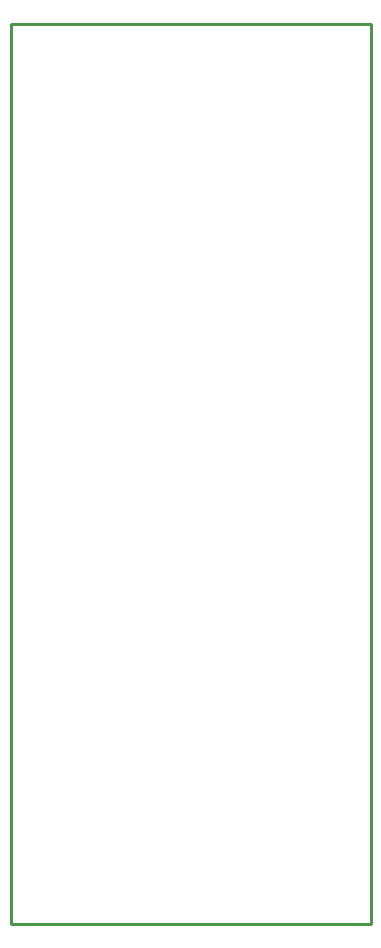
<source format=gm1>
%FSTAX23Y23*%
%MOIN*%
%SFA1B1*%

%IPPOS*%
%ADD13C,0.010000*%
%LNpcb1-1*%
%LPD*%
G54D13*
X0Y03D02*
X012D01*
Y0D02*
Y03D01*
X0Y0D02*
X012D01*
X0D02*
Y03D01*
M02*
</source>
